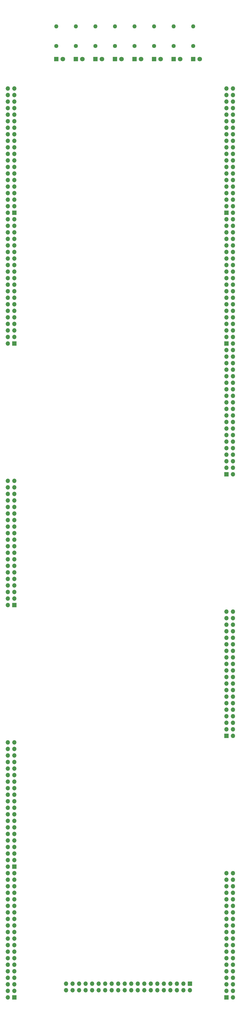
<source format=gbr>
%TF.GenerationSoftware,KiCad,Pcbnew,(6.0.1)*%
%TF.CreationDate,2022-07-04T18:11:20+02:00*%
%TF.ProjectId,bus,6275732e-6b69-4636-9164-5f7063625858,rev?*%
%TF.SameCoordinates,Original*%
%TF.FileFunction,Soldermask,Top*%
%TF.FilePolarity,Negative*%
%FSLAX46Y46*%
G04 Gerber Fmt 4.6, Leading zero omitted, Abs format (unit mm)*
G04 Created by KiCad (PCBNEW (6.0.1)) date 2022-07-04 18:11:20*
%MOMM*%
%LPD*%
G01*
G04 APERTURE LIST*
%ADD10R,1.800000X1.800000*%
%ADD11C,1.800000*%
%ADD12R,1.700000X1.700000*%
%ADD13O,1.700000X1.700000*%
%ADD14C,1.600000*%
%ADD15O,1.600000X1.600000*%
G04 APERTURE END LIST*
D10*
%TO.C,D2*%
X68580000Y10160000D03*
D11*
X71120000Y10160000D03*
%TD*%
D12*
%TO.C,J3*%
X6580000Y-303530000D03*
D13*
X4040000Y-303530000D03*
X6580000Y-300990000D03*
X4040000Y-300990000D03*
X6580000Y-298450000D03*
X4040000Y-298450000D03*
X6580000Y-295910000D03*
X4040000Y-295910000D03*
X6580000Y-293370000D03*
X4040000Y-293370000D03*
X6580000Y-290830000D03*
X4040000Y-290830000D03*
X6580000Y-288290000D03*
X4040000Y-288290000D03*
X6580000Y-285750000D03*
X4040000Y-285750000D03*
X6580000Y-283210000D03*
X4040000Y-283210000D03*
X6580000Y-280670000D03*
X4040000Y-280670000D03*
X6580000Y-278130000D03*
X4040000Y-278130000D03*
X6580000Y-275590000D03*
X4040000Y-275590000D03*
X6580000Y-273050000D03*
X4040000Y-273050000D03*
X6580000Y-270510000D03*
X4040000Y-270510000D03*
X6580000Y-267970000D03*
X4040000Y-267970000D03*
X6580000Y-265430000D03*
X4040000Y-265430000D03*
X6580000Y-262890000D03*
X4040000Y-262890000D03*
X6580000Y-260350000D03*
X4040000Y-260350000D03*
X6580000Y-257810000D03*
X4040000Y-257810000D03*
X6580000Y-255270000D03*
X4040000Y-255270000D03*
%TD*%
D12*
%TO.C,J1*%
X6580000Y-49530000D03*
D13*
X4040000Y-49530000D03*
X6580000Y-46990000D03*
X4040000Y-46990000D03*
X6580000Y-44450000D03*
X4040000Y-44450000D03*
X6580000Y-41910000D03*
X4040000Y-41910000D03*
X6580000Y-39370000D03*
X4040000Y-39370000D03*
X6580000Y-36830000D03*
X4040000Y-36830000D03*
X6580000Y-34290000D03*
X4040000Y-34290000D03*
X6580000Y-31750000D03*
X4040000Y-31750000D03*
X6580000Y-29210000D03*
X4040000Y-29210000D03*
X6580000Y-26670000D03*
X4040000Y-26670000D03*
X6580000Y-24130000D03*
X4040000Y-24130000D03*
X6580000Y-21590000D03*
X4040000Y-21590000D03*
X6580000Y-19050000D03*
X4040000Y-19050000D03*
X6580000Y-16510000D03*
X4040000Y-16510000D03*
X6580000Y-13970000D03*
X4040000Y-13970000D03*
X6580000Y-11430000D03*
X4040000Y-11430000D03*
X6580000Y-8890000D03*
X4040000Y-8890000D03*
X6580000Y-6350000D03*
X4040000Y-6350000D03*
X6580000Y-3810000D03*
X4040000Y-3810000D03*
X6580000Y-1270000D03*
X4040000Y-1270000D03*
%TD*%
D14*
%TO.C,R3*%
X60960000Y15240000D03*
D15*
X60960000Y22860000D03*
%TD*%
D12*
%TO.C,J9*%
X89200000Y-151130000D03*
D13*
X91740000Y-151130000D03*
X89200000Y-148590000D03*
X91740000Y-148590000D03*
X89200000Y-146050000D03*
X91740000Y-146050000D03*
X89200000Y-143510000D03*
X91740000Y-143510000D03*
X89200000Y-140970000D03*
X91740000Y-140970000D03*
X89200000Y-138430000D03*
X91740000Y-138430000D03*
X89200000Y-135890000D03*
X91740000Y-135890000D03*
X89200000Y-133350000D03*
X91740000Y-133350000D03*
X89200000Y-130810000D03*
X91740000Y-130810000D03*
X89200000Y-128270000D03*
X91740000Y-128270000D03*
X89200000Y-125730000D03*
X91740000Y-125730000D03*
X89200000Y-123190000D03*
X91740000Y-123190000D03*
X89200000Y-120650000D03*
X91740000Y-120650000D03*
X89200000Y-118110000D03*
X91740000Y-118110000D03*
X89200000Y-115570000D03*
X91740000Y-115570000D03*
X89200000Y-113030000D03*
X91740000Y-113030000D03*
X89200000Y-110490000D03*
X91740000Y-110490000D03*
X89200000Y-107950000D03*
X91740000Y-107950000D03*
X89200000Y-105410000D03*
X91740000Y-105410000D03*
X89200000Y-102870000D03*
X91740000Y-102870000D03*
%TD*%
D12*
%TO.C,J7*%
X89200000Y-49530000D03*
D13*
X91740000Y-49530000D03*
X89200000Y-46990000D03*
X91740000Y-46990000D03*
X89200000Y-44450000D03*
X91740000Y-44450000D03*
X89200000Y-41910000D03*
X91740000Y-41910000D03*
X89200000Y-39370000D03*
X91740000Y-39370000D03*
X89200000Y-36830000D03*
X91740000Y-36830000D03*
X89200000Y-34290000D03*
X91740000Y-34290000D03*
X89200000Y-31750000D03*
X91740000Y-31750000D03*
X89200000Y-29210000D03*
X91740000Y-29210000D03*
X89200000Y-26670000D03*
X91740000Y-26670000D03*
X89200000Y-24130000D03*
X91740000Y-24130000D03*
X89200000Y-21590000D03*
X91740000Y-21590000D03*
X89200000Y-19050000D03*
X91740000Y-19050000D03*
X89200000Y-16510000D03*
X91740000Y-16510000D03*
X89200000Y-13970000D03*
X91740000Y-13970000D03*
X89200000Y-11430000D03*
X91740000Y-11430000D03*
X89200000Y-8890000D03*
X91740000Y-8890000D03*
X89200000Y-6350000D03*
X91740000Y-6350000D03*
X89200000Y-3810000D03*
X91740000Y-3810000D03*
X89200000Y-1270000D03*
X91740000Y-1270000D03*
%TD*%
D10*
%TO.C,D8*%
X22860000Y10160000D03*
D11*
X25400000Y10160000D03*
%TD*%
D12*
%TO.C,J8*%
X89200000Y-100330000D03*
D13*
X91740000Y-100330000D03*
X89200000Y-97790000D03*
X91740000Y-97790000D03*
X89200000Y-95250000D03*
X91740000Y-95250000D03*
X89200000Y-92710000D03*
X91740000Y-92710000D03*
X89200000Y-90170000D03*
X91740000Y-90170000D03*
X89200000Y-87630000D03*
X91740000Y-87630000D03*
X89200000Y-85090000D03*
X91740000Y-85090000D03*
X89200000Y-82550000D03*
X91740000Y-82550000D03*
X89200000Y-80010000D03*
X91740000Y-80010000D03*
X89200000Y-77470000D03*
X91740000Y-77470000D03*
X89200000Y-74930000D03*
X91740000Y-74930000D03*
X89200000Y-72390000D03*
X91740000Y-72390000D03*
X89200000Y-69850000D03*
X91740000Y-69850000D03*
X89200000Y-67310000D03*
X91740000Y-67310000D03*
X89200000Y-64770000D03*
X91740000Y-64770000D03*
X89200000Y-62230000D03*
X91740000Y-62230000D03*
X89200000Y-59690000D03*
X91740000Y-59690000D03*
X89200000Y-57150000D03*
X91740000Y-57150000D03*
X89200000Y-54610000D03*
X91740000Y-54610000D03*
X89200000Y-52070000D03*
X91740000Y-52070000D03*
%TD*%
D10*
%TO.C,D1*%
X76200000Y10160000D03*
D11*
X78740000Y10160000D03*
%TD*%
D14*
%TO.C,R8*%
X22860000Y15240000D03*
D15*
X22860000Y22860000D03*
%TD*%
D14*
%TO.C,R4*%
X53340000Y15240000D03*
D15*
X53340000Y22860000D03*
%TD*%
D12*
%TO.C,J6*%
X74930000Y-349020000D03*
D13*
X74930000Y-351560000D03*
X72390000Y-349020000D03*
X72390000Y-351560000D03*
X69850000Y-349020000D03*
X69850000Y-351560000D03*
X67310000Y-349020000D03*
X67310000Y-351560000D03*
X64770000Y-349020000D03*
X64770000Y-351560000D03*
X62230000Y-349020000D03*
X62230000Y-351560000D03*
X59690000Y-349020000D03*
X59690000Y-351560000D03*
X57150000Y-349020000D03*
X57150000Y-351560000D03*
X54610000Y-349020000D03*
X54610000Y-351560000D03*
X52070000Y-349020000D03*
X52070000Y-351560000D03*
X49530000Y-349020000D03*
X49530000Y-351560000D03*
X46990000Y-349020000D03*
X46990000Y-351560000D03*
X44450000Y-349020000D03*
X44450000Y-351560000D03*
X41910000Y-349020000D03*
X41910000Y-351560000D03*
X39370000Y-349020000D03*
X39370000Y-351560000D03*
X36830000Y-349020000D03*
X36830000Y-351560000D03*
X34290000Y-349020000D03*
X34290000Y-351560000D03*
X31750000Y-349020000D03*
X31750000Y-351560000D03*
X29210000Y-349020000D03*
X29210000Y-351560000D03*
X26670000Y-349020000D03*
X26670000Y-351560000D03*
%TD*%
D14*
%TO.C,R7*%
X30480000Y15240000D03*
D15*
X30480000Y22860000D03*
%TD*%
D14*
%TO.C,R2*%
X68580000Y15240000D03*
D15*
X68580000Y22860000D03*
%TD*%
D14*
%TO.C,R5*%
X45720000Y15240000D03*
D15*
X45720000Y22860000D03*
%TD*%
D12*
%TO.C,J11*%
X89200000Y-354330000D03*
D13*
X91740000Y-354330000D03*
X89200000Y-351790000D03*
X91740000Y-351790000D03*
X89200000Y-349250000D03*
X91740000Y-349250000D03*
X89200000Y-346710000D03*
X91740000Y-346710000D03*
X89200000Y-344170000D03*
X91740000Y-344170000D03*
X89200000Y-341630000D03*
X91740000Y-341630000D03*
X89200000Y-339090000D03*
X91740000Y-339090000D03*
X89200000Y-336550000D03*
X91740000Y-336550000D03*
X89200000Y-334010000D03*
X91740000Y-334010000D03*
X89200000Y-331470000D03*
X91740000Y-331470000D03*
X89200000Y-328930000D03*
X91740000Y-328930000D03*
X89200000Y-326390000D03*
X91740000Y-326390000D03*
X89200000Y-323850000D03*
X91740000Y-323850000D03*
X89200000Y-321310000D03*
X91740000Y-321310000D03*
X89200000Y-318770000D03*
X91740000Y-318770000D03*
X89200000Y-316230000D03*
X91740000Y-316230000D03*
X89200000Y-313690000D03*
X91740000Y-313690000D03*
X89200000Y-311150000D03*
X91740000Y-311150000D03*
X89200000Y-308610000D03*
X91740000Y-308610000D03*
X89200000Y-306070000D03*
X91740000Y-306070000D03*
%TD*%
D10*
%TO.C,D5*%
X45720000Y10160000D03*
D11*
X48260000Y10160000D03*
%TD*%
D10*
%TO.C,D4*%
X53340000Y10160000D03*
D11*
X55880000Y10160000D03*
%TD*%
D10*
%TO.C,D3*%
X60960000Y10160000D03*
D11*
X63500000Y10160000D03*
%TD*%
D12*
%TO.C,J5*%
X6580000Y-354330000D03*
D13*
X4040000Y-354330000D03*
X6580000Y-351790000D03*
X4040000Y-351790000D03*
X6580000Y-349250000D03*
X4040000Y-349250000D03*
X6580000Y-346710000D03*
X4040000Y-346710000D03*
X6580000Y-344170000D03*
X4040000Y-344170000D03*
X6580000Y-341630000D03*
X4040000Y-341630000D03*
X6580000Y-339090000D03*
X4040000Y-339090000D03*
X6580000Y-336550000D03*
X4040000Y-336550000D03*
X6580000Y-334010000D03*
X4040000Y-334010000D03*
X6580000Y-331470000D03*
X4040000Y-331470000D03*
X6580000Y-328930000D03*
X4040000Y-328930000D03*
X6580000Y-326390000D03*
X4040000Y-326390000D03*
X6580000Y-323850000D03*
X4040000Y-323850000D03*
X6580000Y-321310000D03*
X4040000Y-321310000D03*
X6580000Y-318770000D03*
X4040000Y-318770000D03*
X6580000Y-316230000D03*
X4040000Y-316230000D03*
X6580000Y-313690000D03*
X4040000Y-313690000D03*
X6580000Y-311150000D03*
X4040000Y-311150000D03*
X6580000Y-308610000D03*
X4040000Y-308610000D03*
X6580000Y-306070000D03*
X4040000Y-306070000D03*
%TD*%
D14*
%TO.C,R1*%
X76200000Y15240000D03*
D15*
X76200000Y22860000D03*
%TD*%
D10*
%TO.C,D6*%
X38100000Y10160000D03*
D11*
X40640000Y10160000D03*
%TD*%
D10*
%TO.C,D7*%
X30480000Y10160000D03*
D11*
X33020000Y10160000D03*
%TD*%
D14*
%TO.C,R6*%
X38100000Y15240000D03*
D15*
X38100000Y22860000D03*
%TD*%
D12*
%TO.C,J10*%
X89200000Y-252730000D03*
D13*
X91740000Y-252730000D03*
X89200000Y-250190000D03*
X91740000Y-250190000D03*
X89200000Y-247650000D03*
X91740000Y-247650000D03*
X89200000Y-245110000D03*
X91740000Y-245110000D03*
X89200000Y-242570000D03*
X91740000Y-242570000D03*
X89200000Y-240030000D03*
X91740000Y-240030000D03*
X89200000Y-237490000D03*
X91740000Y-237490000D03*
X89200000Y-234950000D03*
X91740000Y-234950000D03*
X89200000Y-232410000D03*
X91740000Y-232410000D03*
X89200000Y-229870000D03*
X91740000Y-229870000D03*
X89200000Y-227330000D03*
X91740000Y-227330000D03*
X89200000Y-224790000D03*
X91740000Y-224790000D03*
X89200000Y-222250000D03*
X91740000Y-222250000D03*
X89200000Y-219710000D03*
X91740000Y-219710000D03*
X89200000Y-217170000D03*
X91740000Y-217170000D03*
X89200000Y-214630000D03*
X91740000Y-214630000D03*
X89200000Y-212090000D03*
X91740000Y-212090000D03*
X89200000Y-209550000D03*
X91740000Y-209550000D03*
X89200000Y-207010000D03*
X91740000Y-207010000D03*
X89200000Y-204470000D03*
X91740000Y-204470000D03*
%TD*%
D12*
%TO.C,J2*%
X6580000Y-100330000D03*
D13*
X4040000Y-100330000D03*
X6580000Y-97790000D03*
X4040000Y-97790000D03*
X6580000Y-95250000D03*
X4040000Y-95250000D03*
X6580000Y-92710000D03*
X4040000Y-92710000D03*
X6580000Y-90170000D03*
X4040000Y-90170000D03*
X6580000Y-87630000D03*
X4040000Y-87630000D03*
X6580000Y-85090000D03*
X4040000Y-85090000D03*
X6580000Y-82550000D03*
X4040000Y-82550000D03*
X6580000Y-80010000D03*
X4040000Y-80010000D03*
X6580000Y-77470000D03*
X4040000Y-77470000D03*
X6580000Y-74930000D03*
X4040000Y-74930000D03*
X6580000Y-72390000D03*
X4040000Y-72390000D03*
X6580000Y-69850000D03*
X4040000Y-69850000D03*
X6580000Y-67310000D03*
X4040000Y-67310000D03*
X6580000Y-64770000D03*
X4040000Y-64770000D03*
X6580000Y-62230000D03*
X4040000Y-62230000D03*
X6580000Y-59690000D03*
X4040000Y-59690000D03*
X6580000Y-57150000D03*
X4040000Y-57150000D03*
X6580000Y-54610000D03*
X4040000Y-54610000D03*
X6580000Y-52070000D03*
X4040000Y-52070000D03*
%TD*%
D12*
%TO.C,J4*%
X6580000Y-201930000D03*
D13*
X4040000Y-201930000D03*
X6580000Y-199390000D03*
X4040000Y-199390000D03*
X6580000Y-196850000D03*
X4040000Y-196850000D03*
X6580000Y-194310000D03*
X4040000Y-194310000D03*
X6580000Y-191770000D03*
X4040000Y-191770000D03*
X6580000Y-189230000D03*
X4040000Y-189230000D03*
X6580000Y-186690000D03*
X4040000Y-186690000D03*
X6580000Y-184150000D03*
X4040000Y-184150000D03*
X6580000Y-181610000D03*
X4040000Y-181610000D03*
X6580000Y-179070000D03*
X4040000Y-179070000D03*
X6580000Y-176530000D03*
X4040000Y-176530000D03*
X6580000Y-173990000D03*
X4040000Y-173990000D03*
X6580000Y-171450000D03*
X4040000Y-171450000D03*
X6580000Y-168910000D03*
X4040000Y-168910000D03*
X6580000Y-166370000D03*
X4040000Y-166370000D03*
X6580000Y-163830000D03*
X4040000Y-163830000D03*
X6580000Y-161290000D03*
X4040000Y-161290000D03*
X6580000Y-158750000D03*
X4040000Y-158750000D03*
X6580000Y-156210000D03*
X4040000Y-156210000D03*
X6580000Y-153670000D03*
X4040000Y-153670000D03*
%TD*%
M02*

</source>
